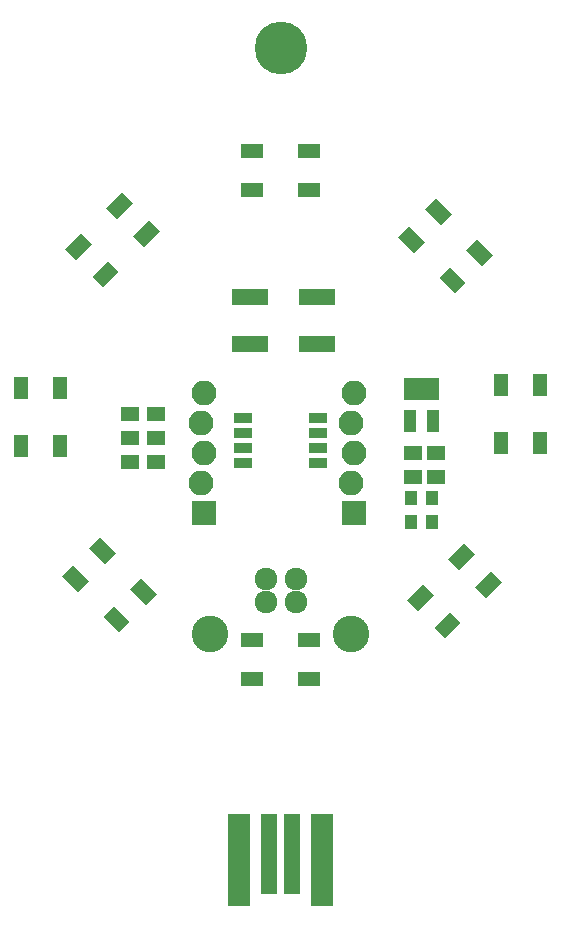
<source format=gts>
G04 #@! TF.FileFunction,Soldermask,Top*
%FSLAX46Y46*%
G04 Gerber Fmt 4.6, Leading zero omitted, Abs format (unit mm)*
G04 Created by KiCad (PCBNEW 4.0.5) date Sunday, March 19, 2017 'PMt' 07:52:30 PM*
%MOMM*%
%LPD*%
G01*
G04 APERTURE LIST*
%ADD10C,0.100000*%
%ADD11R,1.600000X1.150000*%
%ADD12R,1.000000X1.200000*%
%ADD13R,1.543000X0.908000*%
%ADD14R,1.050000X1.960000*%
%ADD15R,1.900000X7.900000*%
%ADD16R,1.400000X6.900000*%
%ADD17R,1.900000X1.300000*%
%ADD18R,1.300000X1.900000*%
%ADD19R,2.100000X2.100000*%
%ADD20O,2.100000X2.100000*%
%ADD21R,1.600000X1.300000*%
%ADD22R,3.150000X1.400000*%
%ADD23C,1.920000*%
%ADD24C,3.100000*%
%ADD25C,4.464000*%
G04 APERTURE END LIST*
D10*
D11*
X145476000Y-124968000D03*
X143576000Y-124968000D03*
X143576000Y-122936000D03*
X145476000Y-122936000D03*
D12*
X145122000Y-128778000D03*
X143422000Y-128778000D03*
X145122000Y-126746000D03*
X143422000Y-126746000D03*
D13*
X135509000Y-120015000D03*
X135509000Y-121285000D03*
X135509000Y-122555000D03*
X135509000Y-123825000D03*
X129159000Y-123825000D03*
X129159000Y-122555000D03*
X129159000Y-121285000D03*
X129159000Y-120015000D03*
D14*
X145222000Y-117522000D03*
X144272000Y-117522000D03*
X143322000Y-117522000D03*
X143322000Y-120222000D03*
X145222000Y-120222000D03*
D15*
X135834000Y-157426000D03*
X128834000Y-157426000D03*
D16*
X131334000Y-156926000D03*
X133334000Y-156926000D03*
D17*
X129884000Y-97410000D03*
X129884000Y-100710000D03*
X134784000Y-100710000D03*
X134784000Y-97410000D03*
D10*
G36*
X144606944Y-102298730D02*
X145526183Y-101379491D01*
X146869686Y-102722994D01*
X145950447Y-103642233D01*
X144606944Y-102298730D01*
X144606944Y-102298730D01*
G37*
G36*
X142273491Y-104632183D02*
X143192730Y-103712944D01*
X144536233Y-105056447D01*
X143616994Y-105975686D01*
X142273491Y-104632183D01*
X142273491Y-104632183D01*
G37*
G36*
X145738314Y-108097006D02*
X146657553Y-107177767D01*
X148001056Y-108521270D01*
X147081817Y-109440509D01*
X145738314Y-108097006D01*
X145738314Y-108097006D01*
G37*
G36*
X148071767Y-105763553D02*
X148991006Y-104844314D01*
X150334509Y-106187817D01*
X149415270Y-107107056D01*
X148071767Y-105763553D01*
X148071767Y-105763553D01*
G37*
D18*
X154304000Y-117184000D03*
X151004000Y-117184000D03*
X151004000Y-122084000D03*
X154304000Y-122084000D03*
D10*
G36*
X150177270Y-132922944D02*
X151096509Y-133842183D01*
X149753006Y-135185686D01*
X148833767Y-134266447D01*
X150177270Y-132922944D01*
X150177270Y-132922944D01*
G37*
G36*
X147843817Y-130589491D02*
X148763056Y-131508730D01*
X147419553Y-132852233D01*
X146500314Y-131932994D01*
X147843817Y-130589491D01*
X147843817Y-130589491D01*
G37*
G36*
X144378994Y-134054314D02*
X145298233Y-134973553D01*
X143954730Y-136317056D01*
X143035491Y-135397817D01*
X144378994Y-134054314D01*
X144378994Y-134054314D01*
G37*
G36*
X146712447Y-136387767D02*
X147631686Y-137307006D01*
X146288183Y-138650509D01*
X145368944Y-137731270D01*
X146712447Y-136387767D01*
X146712447Y-136387767D01*
G37*
G36*
X119553056Y-137223270D02*
X118633817Y-138142509D01*
X117290314Y-136799006D01*
X118209553Y-135879767D01*
X119553056Y-137223270D01*
X119553056Y-137223270D01*
G37*
G36*
X121886509Y-134889817D02*
X120967270Y-135809056D01*
X119623767Y-134465553D01*
X120543006Y-133546314D01*
X121886509Y-134889817D01*
X121886509Y-134889817D01*
G37*
G36*
X118421686Y-131424994D02*
X117502447Y-132344233D01*
X116158944Y-131000730D01*
X117078183Y-130081491D01*
X118421686Y-131424994D01*
X118421686Y-131424994D01*
G37*
G36*
X116088233Y-133758447D02*
X115168994Y-134677686D01*
X113825491Y-133334183D01*
X114744730Y-132414944D01*
X116088233Y-133758447D01*
X116088233Y-133758447D01*
G37*
D18*
X110364000Y-122338000D03*
X113664000Y-122338000D03*
X113664000Y-117438000D03*
X110364000Y-117438000D03*
D10*
G36*
X114998730Y-106599056D02*
X114079491Y-105679817D01*
X115422994Y-104336314D01*
X116342233Y-105255553D01*
X114998730Y-106599056D01*
X114998730Y-106599056D01*
G37*
G36*
X117332183Y-108932509D02*
X116412944Y-108013270D01*
X117756447Y-106669767D01*
X118675686Y-107589006D01*
X117332183Y-108932509D01*
X117332183Y-108932509D01*
G37*
G36*
X120797006Y-105467686D02*
X119877767Y-104548447D01*
X121221270Y-103204944D01*
X122140509Y-104124183D01*
X120797006Y-105467686D01*
X120797006Y-105467686D01*
G37*
G36*
X118463553Y-103134233D02*
X117544314Y-102214994D01*
X118887817Y-100871491D01*
X119807056Y-101790730D01*
X118463553Y-103134233D01*
X118463553Y-103134233D01*
G37*
D17*
X129884000Y-138812000D03*
X129884000Y-142112000D03*
X134784000Y-142112000D03*
X134784000Y-138812000D03*
D19*
X125857000Y-128016000D03*
D20*
X125603000Y-125476000D03*
X125857000Y-122936000D03*
X125603000Y-120396000D03*
X125857000Y-117856000D03*
D19*
X138557000Y-128016000D03*
D20*
X138303000Y-125476000D03*
X138557000Y-122936000D03*
X138303000Y-120396000D03*
X138557000Y-117856000D03*
D21*
X121750000Y-121666000D03*
X119550000Y-121666000D03*
X121750000Y-123698000D03*
X119550000Y-123698000D03*
X119550000Y-119634000D03*
X121750000Y-119634000D03*
D22*
X135463000Y-113760000D03*
X129713000Y-113760000D03*
X129713000Y-109760000D03*
X135463000Y-109760000D03*
D23*
X133604000Y-133604000D03*
X131064000Y-133604000D03*
X131064000Y-135604000D03*
X133604000Y-135604000D03*
D24*
X138334000Y-138304000D03*
X126334000Y-138304000D03*
D25*
X132334000Y-88646000D03*
M02*

</source>
